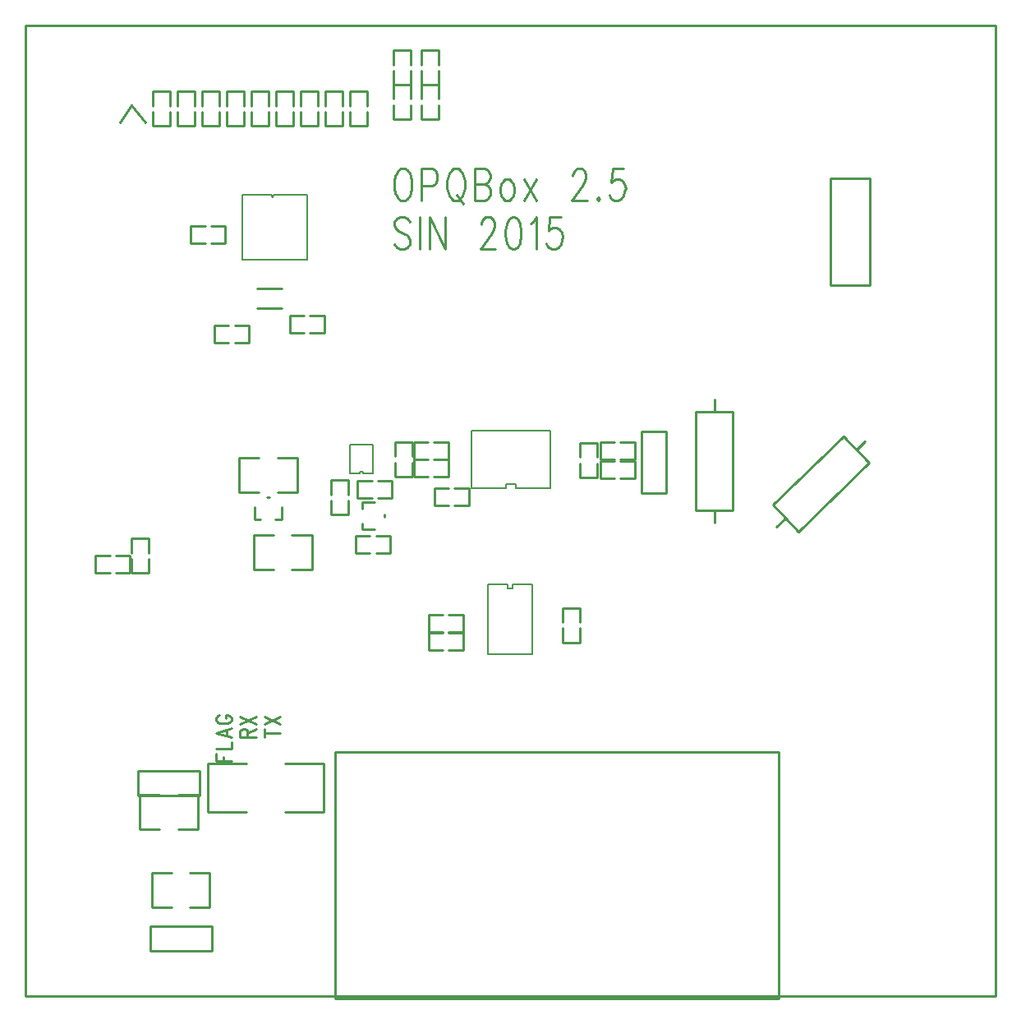
<source format=gto>
*
*
G04 PADS 9.5 Build Number: 522968 generated Gerber (RS-274-X) file*
G04 PC Version=2.1*
*
%IN "opqbox2.pcb"*%
*
%MOIN*%
*
%FSLAX35Y35*%
*
*
*
*
G04 PC Standard Apertures*
*
*
G04 Thermal Relief Aperture macro.*
%AMTER*
1,1,$1,0,0*
1,0,$1-$2,0,0*
21,0,$3,$4,0,0,45*
21,0,$3,$4,0,0,135*
%
*
*
G04 Annular Aperture macro.*
%AMANN*
1,1,$1,0,0*
1,0,$2,0,0*
%
*
*
G04 Odd Aperture macro.*
%AMODD*
1,1,$1,0,0*
1,0,$1-0.005,0,0*
%
*
*
G04 PC Custom Aperture Macros*
*
*
*
*
*
*
G04 PC Aperture Table*
*
%ADD010C,0.001*%
%ADD011C,0.00787*%
%ADD013C,0.01*%
*
*
*
*
G04 PC Circuitry*
G04 Layer Name opqbox2.pcb - circuitry*
%LPD*%
*
*
G04 PC Custom Flashes*
G04 Layer Name opqbox2.pcb - flashes*
%LPD*%
*
*
G04 PC Circuitry*
G04 Layer Name opqbox2.pcb - circuitry*
%LPD*%
*
G54D10*
G54D11*
G01X188091Y398917D02*
X214272D01*
Y425098*
X200689*
X200197Y424114*
X199705Y425098*
X188091*
Y398917*
X287598Y267126D02*
X295522D01*
Y265354*
X297785*
Y267126*
X305709*
Y238780*
X287598*
Y267126*
X312894Y306319D02*
X298856D01*
Y307758*
X294845*
Y306319*
X280807*
Y329350*
X312894*
Y306319*
X240846Y312067D02*
X236885D01*
Y312805*
X235753*
Y312067*
X231791*
Y323878*
X240846*
Y312067*
G54D13*
X341357Y310083D02*
X347157D01*
Y317083*
X341357*
X338957Y310083D02*
X333157D01*
Y317083*
X338957*
X150492Y118622D02*
Y128622D01*
X175492*
Y118622*
X150492*
X317957Y249391D02*
Y243591D01*
X324957*
Y249391*
X317957Y251791D02*
Y257591D01*
X324957*
Y251791*
X212973Y376138D02*
X207173D01*
Y369138*
X212973*
X215373Y376138D02*
X221173D01*
Y369138*
X215373*
X184861Y365201D02*
X190661D01*
Y372201*
X184861*
X182461Y365201D02*
X176661D01*
Y372201*
X182461*
X194675Y318417D02*
X186625D01*
Y304417*
X194675*
X202175Y318417D02*
X210225D01*
Y304417*
X202175*
X201425Y293638D02*
X203925D01*
Y298638*
X195425Y293638D02*
X192925D01*
Y298638*
X198925Y302638D02*
X197925D01*
X239745Y286965D02*
X233945D01*
Y279965*
X239745*
X242145Y286965D02*
X247945D01*
Y279965*
X242145*
X236748Y291882D02*
Y289382D01*
X241748*
X236748Y297882D02*
Y300382D01*
X241748*
X245748Y294382D02*
Y295382D01*
X271635Y306256D02*
X265835D01*
Y299256*
X271635*
X274035Y306256D02*
X279835D01*
Y299256*
X274035*
X271672Y247681D02*
X277472D01*
Y254681*
X271672*
X269272Y247681D02*
X263472D01*
Y254681*
X269272*
X271672Y240594D02*
X277472D01*
Y247594*
X271672*
X269272Y240594D02*
X263472D01*
Y247594*
X269272*
X224059Y301162D02*
Y295362D01*
X231059*
Y301162*
X224059Y303562D02*
Y309362D01*
X231059*
Y303562*
X172816Y412555D02*
X167016D01*
Y405555*
X172816*
X175216Y412555D02*
X181016D01*
Y405555*
X175216*
X203937Y379134D02*
X194094D01*
X203937Y387008D02*
X194094D01*
X158500Y461200D02*
Y467000D01*
X151500*
Y461200*
X158500Y458800D02*
Y453000D01*
X151500*
Y458800*
X221500D02*
Y453000D01*
X228500*
Y458800*
X221500Y461200D02*
Y467000D01*
X228500*
Y461200*
X188500D02*
Y467000D01*
X181500*
Y461200*
X188500Y458800D02*
Y453000D01*
X181500*
Y458800*
X231500D02*
Y453000D01*
X238500*
Y458800*
X231500Y461200D02*
Y467000D01*
X238500*
Y461200*
X218500D02*
Y467000D01*
X211500*
Y461200*
X218500Y458800D02*
Y453000D01*
X211500*
Y458800*
X208500Y461200D02*
Y467000D01*
X201500*
Y461200*
X208500Y458800D02*
Y453000D01*
X201500*
Y458800*
X191500D02*
Y453000D01*
X198500*
Y458800*
X191500Y461200D02*
Y467000D01*
X198500*
Y461200*
X178500D02*
Y467000D01*
X171500*
Y461200*
X178500Y458800D02*
Y453000D01*
X171500*
Y458800*
X168500Y461200D02*
Y467000D01*
X161500*
Y461200*
X168500Y458800D02*
Y453000D01*
X161500*
Y458800*
X134233Y278697D02*
X128433D01*
Y271697*
X134233*
X136633Y278697D02*
X142433D01*
Y271697*
X136633*
X142957Y277540D02*
Y271740D01*
X149957*
Y277540*
X142957Y279940D02*
Y285740D01*
X149957*
Y279940*
X145571Y181614D02*
Y191614D01*
X170571*
Y181614*
X145571*
X442520Y431693D02*
X426772D01*
Y388386*
X442520*
Y431693*
X437148Y321741D02*
X440745Y325214D01*
X413584Y288559D02*
X403165Y299350D01*
X431938Y327136*
X442358Y316346*
X413584Y288559*
X408374Y293954D02*
X404778Y290481D01*
X379528Y297047D02*
Y292047D01*
X372028Y337047D02*
X387028D01*
Y297047*
X372028*
Y337047*
X379528D02*
Y342047D01*
X359921Y304154D02*
X349921D01*
Y329154*
X359921*
Y304154*
X341357Y317957D02*
X347157D01*
Y324957*
X341357*
X338957Y317957D02*
X333157D01*
Y324957*
X338957*
X331846Y318720D02*
Y324520D01*
X324846*
Y318720*
X331846Y316320D02*
Y310520D01*
X324846*
Y316320*
X260673Y475572D02*
Y469772D01*
X267673*
Y475572*
X260673Y477972D02*
Y483772D01*
X267673*
Y477972*
Y463995D02*
Y469795D01*
X260673*
Y463995*
X267673Y461595D02*
Y455795D01*
X260673*
Y461595*
X265767Y317681D02*
X271567D01*
Y324681*
X265767*
X263367Y317681D02*
X257567D01*
Y324681*
X263367*
X265767Y310791D02*
X271567D01*
Y317791*
X265767*
X263367Y310791D02*
X257567D01*
Y317791*
X263367*
X257043Y319035D02*
Y324835D01*
X250043*
Y319035*
X257043Y316635D02*
Y310835D01*
X250043*
Y316635*
X249256Y475572D02*
Y469772D01*
X256256*
Y475572*
X249256Y477972D02*
Y483772D01*
X256256*
Y477972*
Y463995D02*
Y469795D01*
X249256*
Y463995*
X256256Y461595D02*
Y455795D01*
X249256*
Y461595*
X240532Y309209D02*
X234732D01*
Y302209*
X240532*
X242932Y309209D02*
X248732D01*
Y302209*
X242932*
X405512Y99213D02*
X225591D01*
Y199213*
X405512*
Y99213*
X200581Y287315D02*
X192531D01*
Y273315*
X200581*
X208081Y287315D02*
X216131D01*
Y273315*
X208081*
X189567Y174803D02*
X173819D01*
Y194488*
X189567*
X205315Y174803D02*
X221063D01*
Y194488*
X205315*
X166742Y136307D02*
X174792D01*
Y150307*
X166742*
X159242Y136307D02*
X151192D01*
Y150307*
X159242*
X154321Y181803D02*
X146271D01*
Y167803*
X154321*
X161821Y181803D02*
X169871D01*
Y167803*
X161821*
X252291Y435753D02*
X251396Y435138D01*
X250501Y433907*
X250054Y432677*
X249606Y430832*
Y427756*
X250054Y425910*
X250501Y424680*
X251396Y423450*
X252291Y422835*
X254080*
X254975Y423450*
X255870Y424680*
X256317Y425910*
X256764Y427756*
Y430832*
X256317Y432677*
X255870Y433907*
X254975Y435138*
X254080Y435753*
X252291*
X260791D02*
Y422835D01*
Y435753D02*
X264817D01*
X266160Y435138*
X266607Y434523*
X267054Y433292*
Y431447*
X266607Y430217*
X266160Y429601*
X264817Y428986*
X260791*
X273765Y435753D02*
X272870Y435138D01*
X271976Y433907*
X271528Y432677*
X271081Y430832*
Y427756*
X271528Y425910*
X271976Y424680*
X272870Y423450*
X273765Y422835*
X275555*
X276450Y423450*
X277344Y424680*
X277792Y425910*
X278239Y427756*
Y430832*
X277792Y432677*
X277344Y433907*
X276450Y435138*
X275555Y435753*
X273765*
X275107Y425295D02*
X277792Y421604D01*
X282266Y435753D02*
Y422835D01*
Y435753D02*
X286292D01*
X287634Y435138*
X288082Y434523*
X288529Y433292*
Y432062*
X288082Y430832*
X287634Y430217*
X286292Y429601*
X282266D02*
X286292D01*
X287634Y428986*
X288082Y428371*
X288529Y427141*
Y425295*
X288082Y424065*
X287634Y423450*
X286292Y422835*
X282266*
X294792Y431447D02*
X293898Y430832D01*
X293003Y429601*
X292555Y427756*
Y426526*
X293003Y424680*
X293898Y423450*
X294792Y422835*
X296135*
X297029Y423450*
X297924Y424680*
X298372Y426526*
Y427756*
X297924Y429601*
X297029Y430832*
X296135Y431447*
X294792*
X302398D02*
X307319Y422835D01*
Y431447D02*
X302398Y422835D01*
X322083Y432677D02*
Y433292D01*
X322530Y434523*
X322978Y435138*
X323873Y435753*
X325662*
X326557Y435138*
X327004Y434523*
X327452Y433292*
Y432062*
X327004Y430832*
X326110Y428986*
X321636Y422835*
X327899*
X332373Y424065D02*
X331926Y423450D01*
X332373Y422835*
X332820Y423450*
X332373Y424065*
X342663Y435753D02*
X338189D01*
X337742Y430217*
X338189Y430832*
X339531Y431447*
X340873*
X342215Y430832*
X343110Y429601*
X343558Y427756*
X343110Y426526*
X342663Y424680*
X341768Y423450*
X340426Y422835*
X339084*
X337742Y423450*
X337294Y424065*
X336847Y425295*
X255870Y414222D02*
X254975Y415453D01*
X253633Y416068*
X251843*
X250501Y415453*
X249606Y414222*
Y412992*
X250054Y411762*
X250501Y411147*
X251396Y410531*
X254080Y409301*
X254975Y408686*
X255422Y408071*
X255870Y406841*
Y404995*
X254975Y403765*
X253633Y403150*
X251843*
X250501Y403765*
X249606Y404995*
X259896Y416068D02*
Y403150D01*
X263923Y416068D02*
Y403150D01*
Y416068D02*
X270186Y403150D01*
Y416068D02*
Y403150D01*
X284950Y412992D02*
Y413607D01*
X285397Y414838*
X285845Y415453*
X286739Y416068*
X288529*
X289424Y415453*
X289871Y414838*
X290319Y413607*
Y412377*
X289871Y411147*
X288976Y409301*
X284503Y403150*
X290766*
X297477Y416068D02*
X296135Y415453D01*
X295240Y413607*
X294792Y410531*
Y408686*
X295240Y405610*
X296135Y403765*
X297477Y403150*
X298372*
X299714Y403765*
X300608Y405610*
X301056Y408686*
Y410531*
X300608Y413607*
X299714Y415453*
X298372Y416068*
X297477*
X305082Y413607D02*
X305977Y414222D01*
X307319Y416068*
Y403150*
X317162Y416068D02*
X312688D01*
X312241Y410531*
X312688Y411147*
X314030Y411762*
X315372*
X316714Y411147*
X317609Y409916*
X318057Y408071*
X317609Y406841*
X317162Y404995*
X316267Y403765*
X314925Y403150*
X313583*
X312241Y403765*
X311793Y404380*
X311346Y405610*
X138140Y454331D02*
X143061Y461489D01*
X148597Y454331*
X196887Y206881D02*
X203346D01*
X196887Y205315D02*
Y208447D01*
Y210460D02*
X203346Y213592D01*
X196887D02*
X203346Y210460D01*
X187045Y205315D02*
X193504D01*
X187045D02*
Y207328D01*
X187352Y207999*
X187660Y208223*
X188275Y208447*
X188890*
X189505Y208223*
X189813Y207999*
X190121Y207328*
Y205315*
Y206881D02*
X193504Y208447D01*
X187045Y210460D02*
X193504Y213592D01*
X187045D02*
X193504Y210460D01*
X177202Y195472D02*
X183661D01*
X177202D02*
Y198380D01*
X180278Y195472D02*
Y197262D01*
X177202Y200394D02*
X183661D01*
Y203078*
X177202Y206881D02*
X183661Y205091D01*
X177202Y206881D02*
X183661Y208670D01*
X181508Y205762D02*
Y207999D01*
X178740Y214039D02*
X178125Y213815D01*
X177510Y213368*
X177202Y212921*
Y212026*
X177510Y211578*
X178125Y211131*
X178740Y210907*
X179663Y210684*
X181201*
X182124Y210907*
X182739Y211131*
X183354Y211578*
X183661Y212026*
Y212921*
X183354Y213368*
X182739Y213815*
X182124Y214039*
X181201*
Y212921D02*
Y214039D01*
X100000Y100000D02*
Y493701D01*
X493701*
Y100000*
X100000*
X0Y0D02*
M02*

</source>
